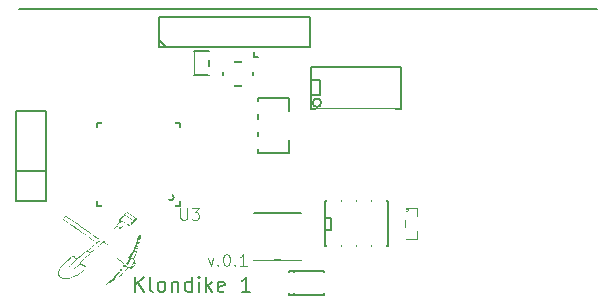
<source format=gto>
G04 (created by PCBNEW (2013-mar-13)-testing) date Sun 19 May 2013 09:45:01 PM ICT*
%MOIN*%
G04 Gerber Fmt 3.4, Leading zero omitted, Abs format*
%FSLAX34Y34*%
G01*
G70*
G90*
G04 APERTURE LIST*
%ADD10C,0.00393701*%
%ADD11C,0.00787402*%
%ADD12C,0.005*%
%ADD13C,0.00590551*%
%ADD14C,0.006*%
%ADD15C,0.0065*%
%ADD16C,0.0031*%
%ADD17C,0.0001*%
%ADD18R,0.0472441X0.0748031*%
%ADD19R,0.153543X0.11811*%
%ADD20R,0.0413386X0.0492126*%
%ADD21R,0.075748X0.075748*%
%ADD22C,0.075748*%
%ADD23R,0.031748X0.065748*%
%ADD24R,0.059048X0.055048*%
%ADD25R,0.055048X0.059048*%
%ADD26R,0.066948X0.070848*%
%ADD27R,0.051148X0.043248*%
%ADD28R,0.043248X0.051148*%
%ADD29R,0.0748031X0.15748*%
%ADD30R,0.055148X0.047248*%
%ADD31R,0.078748X0.043348*%
%ADD32R,0.098448X0.043348*%
%ADD33R,0.124048X0.094448*%
%ADD34R,0.027548X0.035348*%
%ADD35R,0.035348X0.027548*%
%ADD36R,0.228346X0.228346*%
%ADD37R,0.0551181X0.0551181*%
%ADD38R,0.035748X0.027748*%
G04 APERTURE END LIST*
G54D10*
G54D11*
X44281Y-30610D02*
X44448Y-30777D01*
X47411Y-31141D02*
X47559Y-31141D01*
X47411Y-30974D02*
X47411Y-31141D01*
G54D10*
X44955Y-36172D02*
X44955Y-36490D01*
X44974Y-36528D01*
X44993Y-36547D01*
X45030Y-36565D01*
X45105Y-36565D01*
X45143Y-36547D01*
X45162Y-36528D01*
X45180Y-36490D01*
X45180Y-36172D01*
X45330Y-36172D02*
X45574Y-36172D01*
X45443Y-36322D01*
X45499Y-36322D01*
X45537Y-36340D01*
X45555Y-36359D01*
X45574Y-36397D01*
X45574Y-36490D01*
X45555Y-36528D01*
X45537Y-36547D01*
X45499Y-36565D01*
X45387Y-36565D01*
X45349Y-36547D01*
X45330Y-36528D01*
X45869Y-37838D02*
X45963Y-38101D01*
X46056Y-37838D01*
X46206Y-38063D02*
X46225Y-38082D01*
X46206Y-38101D01*
X46188Y-38082D01*
X46206Y-38063D01*
X46206Y-38101D01*
X46469Y-37707D02*
X46506Y-37707D01*
X46544Y-37726D01*
X46563Y-37745D01*
X46581Y-37782D01*
X46600Y-37857D01*
X46600Y-37951D01*
X46581Y-38026D01*
X46563Y-38063D01*
X46544Y-38082D01*
X46506Y-38101D01*
X46469Y-38101D01*
X46431Y-38082D01*
X46413Y-38063D01*
X46394Y-38026D01*
X46375Y-37951D01*
X46375Y-37857D01*
X46394Y-37782D01*
X46413Y-37745D01*
X46431Y-37726D01*
X46469Y-37707D01*
X46769Y-38063D02*
X46788Y-38082D01*
X46769Y-38101D01*
X46750Y-38082D01*
X46769Y-38063D01*
X46769Y-38101D01*
X47163Y-38101D02*
X46938Y-38101D01*
X47050Y-38101D02*
X47050Y-37707D01*
X47013Y-37763D01*
X46975Y-37801D01*
X46938Y-37820D01*
G54D11*
X43459Y-38966D02*
X43459Y-38466D01*
X43745Y-38966D02*
X43530Y-38680D01*
X43745Y-38466D02*
X43459Y-38752D01*
X44030Y-38966D02*
X43983Y-38942D01*
X43959Y-38894D01*
X43959Y-38466D01*
X44292Y-38966D02*
X44245Y-38942D01*
X44221Y-38918D01*
X44197Y-38871D01*
X44197Y-38728D01*
X44221Y-38680D01*
X44245Y-38656D01*
X44292Y-38633D01*
X44364Y-38633D01*
X44411Y-38656D01*
X44435Y-38680D01*
X44459Y-38728D01*
X44459Y-38871D01*
X44435Y-38918D01*
X44411Y-38942D01*
X44364Y-38966D01*
X44292Y-38966D01*
X44673Y-38633D02*
X44673Y-38966D01*
X44673Y-38680D02*
X44697Y-38656D01*
X44745Y-38633D01*
X44816Y-38633D01*
X44864Y-38656D01*
X44887Y-38704D01*
X44887Y-38966D01*
X45340Y-38966D02*
X45340Y-38466D01*
X45340Y-38942D02*
X45292Y-38966D01*
X45197Y-38966D01*
X45149Y-38942D01*
X45126Y-38918D01*
X45102Y-38871D01*
X45102Y-38728D01*
X45126Y-38680D01*
X45149Y-38656D01*
X45197Y-38633D01*
X45292Y-38633D01*
X45340Y-38656D01*
X45578Y-38966D02*
X45578Y-38633D01*
X45578Y-38466D02*
X45554Y-38490D01*
X45578Y-38513D01*
X45602Y-38490D01*
X45578Y-38466D01*
X45578Y-38513D01*
X45816Y-38966D02*
X45816Y-38466D01*
X45864Y-38775D02*
X46007Y-38966D01*
X46007Y-38633D02*
X45816Y-38823D01*
X46411Y-38942D02*
X46364Y-38966D01*
X46268Y-38966D01*
X46221Y-38942D01*
X46197Y-38894D01*
X46197Y-38704D01*
X46221Y-38656D01*
X46268Y-38633D01*
X46364Y-38633D01*
X46411Y-38656D01*
X46435Y-38704D01*
X46435Y-38752D01*
X46197Y-38799D01*
X47292Y-38966D02*
X47007Y-38966D01*
X47149Y-38966D02*
X47149Y-38466D01*
X47102Y-38537D01*
X47054Y-38585D01*
X47007Y-38609D01*
X39566Y-29527D02*
X58858Y-29527D01*
G54D12*
X49776Y-37392D02*
X49776Y-37442D01*
X49776Y-37442D02*
X51876Y-37442D01*
X51876Y-35942D02*
X49776Y-35942D01*
X49776Y-35942D02*
X49776Y-37392D01*
X49776Y-36492D02*
X49976Y-36492D01*
X49976Y-36492D02*
X49976Y-36892D01*
X49976Y-36892D02*
X49776Y-36892D01*
X51876Y-35942D02*
X51876Y-37442D01*
G54D13*
X47372Y-31309D02*
X46387Y-31309D01*
X46387Y-31309D02*
X46387Y-32096D01*
X46387Y-32096D02*
X47372Y-32096D01*
X47372Y-32096D02*
X47372Y-31309D01*
G54D14*
X40460Y-35948D02*
X39460Y-35948D01*
X39460Y-35948D02*
X39460Y-32948D01*
X39460Y-32948D02*
X40460Y-32948D01*
X40460Y-32948D02*
X40460Y-35948D01*
X39460Y-34948D02*
X40460Y-34948D01*
G54D15*
X52307Y-31465D02*
X49307Y-31465D01*
X49307Y-32865D02*
X52307Y-32865D01*
X52307Y-31465D02*
X52307Y-32865D01*
G54D14*
X49307Y-32865D02*
X49307Y-31465D01*
G54D12*
X49648Y-32665D02*
G75*
G03X49648Y-32665I-141J0D01*
G74*
G01*
X49307Y-31915D02*
X49607Y-31915D01*
X49607Y-31915D02*
X49607Y-32415D01*
X49607Y-32415D02*
X49307Y-32415D01*
X48759Y-39075D02*
X48759Y-38287D01*
X48562Y-39075D02*
X49744Y-39075D01*
X49744Y-39075D02*
X49744Y-38287D01*
X49744Y-38287D02*
X48562Y-38287D01*
X48562Y-38287D02*
X48562Y-39075D01*
G54D13*
X48976Y-37913D02*
X48976Y-36338D01*
X48976Y-36338D02*
X47401Y-36338D01*
X47401Y-36338D02*
X47401Y-37913D01*
X47401Y-37913D02*
X48976Y-37913D01*
G54D16*
X52582Y-36249D02*
G75*
G03X52582Y-36249I-62J0D01*
G74*
G01*
X52857Y-37212D02*
X52457Y-37212D01*
X52857Y-36187D02*
X52457Y-36187D01*
X52457Y-37212D02*
X52457Y-36187D01*
X52857Y-36187D02*
X52857Y-37212D01*
G54D12*
X47085Y-33915D02*
X47085Y-34115D01*
X47085Y-34115D02*
X47555Y-34115D01*
X47085Y-33915D02*
X47555Y-33915D01*
X47085Y-33325D02*
X47555Y-33325D01*
X47085Y-33525D02*
X47555Y-33525D01*
X47085Y-33325D02*
X47085Y-33525D01*
X47085Y-32735D02*
X47085Y-32935D01*
X47085Y-32935D02*
X47555Y-32935D01*
X47085Y-32735D02*
X47555Y-32735D01*
X48780Y-33070D02*
X48780Y-33780D01*
X48780Y-33780D02*
X48585Y-33780D01*
X48780Y-33070D02*
X48585Y-33070D01*
X47555Y-32520D02*
X48585Y-32520D01*
X48585Y-32520D02*
X48585Y-34330D01*
X48585Y-34330D02*
X47555Y-34330D01*
X47555Y-34330D02*
X47555Y-32520D01*
X42176Y-33357D02*
X42176Y-36111D01*
X42176Y-36111D02*
X44930Y-36111D01*
X44930Y-36111D02*
X44930Y-33357D01*
X44930Y-33357D02*
X42176Y-33357D01*
X44733Y-35816D02*
G75*
G03X44733Y-35816I-98J0D01*
G74*
G01*
X44259Y-30795D02*
X44259Y-29795D01*
X44259Y-29795D02*
X49263Y-29795D01*
X49263Y-29805D02*
X49263Y-30805D01*
X49263Y-30795D02*
X44259Y-30795D01*
G54D14*
X45899Y-31748D02*
X45899Y-30948D01*
X45899Y-30948D02*
X45399Y-30948D01*
X45399Y-30948D02*
X45399Y-31748D01*
X45399Y-31748D02*
X45899Y-31748D01*
G54D17*
G36*
X43640Y-37070D02*
X43639Y-37087D01*
X43637Y-37110D01*
X43633Y-37139D01*
X43629Y-37172D01*
X43624Y-37206D01*
X43619Y-37237D01*
X43619Y-37097D01*
X43618Y-37082D01*
X43615Y-37078D01*
X43610Y-37086D01*
X43603Y-37104D01*
X43594Y-37134D01*
X43588Y-37156D01*
X43573Y-37209D01*
X43573Y-37127D01*
X43570Y-37124D01*
X43566Y-37130D01*
X43559Y-37145D01*
X43551Y-37169D01*
X43550Y-37174D01*
X43505Y-37313D01*
X43456Y-37444D01*
X43402Y-37563D01*
X43344Y-37673D01*
X43330Y-37696D01*
X43304Y-37737D01*
X43283Y-37770D01*
X43265Y-37794D01*
X43251Y-37809D01*
X43242Y-37814D01*
X43242Y-37814D01*
X43235Y-37815D01*
X43236Y-37820D01*
X43244Y-37830D01*
X43249Y-37834D01*
X43259Y-37847D01*
X43262Y-37860D01*
X43260Y-37871D01*
X43252Y-37901D01*
X43238Y-37929D01*
X43238Y-37864D01*
X43237Y-37855D01*
X43231Y-37850D01*
X43216Y-37839D01*
X43194Y-37823D01*
X43163Y-37802D01*
X43126Y-37779D01*
X43083Y-37751D01*
X43045Y-37728D01*
X42977Y-37685D01*
X42916Y-37647D01*
X42861Y-37613D01*
X42809Y-37581D01*
X42759Y-37549D01*
X42708Y-37517D01*
X42653Y-37483D01*
X42594Y-37444D01*
X42544Y-37413D01*
X42508Y-37389D01*
X42475Y-37368D01*
X42446Y-37350D01*
X42422Y-37335D01*
X42406Y-37324D01*
X42397Y-37319D01*
X42396Y-37318D01*
X42389Y-37321D01*
X42377Y-37328D01*
X42360Y-37341D01*
X42341Y-37355D01*
X42323Y-37370D01*
X42307Y-37384D01*
X42296Y-37395D01*
X42293Y-37401D01*
X42293Y-37402D01*
X42297Y-37406D01*
X42310Y-37416D01*
X42330Y-37432D01*
X42356Y-37452D01*
X42386Y-37474D01*
X42419Y-37499D01*
X42426Y-37505D01*
X42484Y-37548D01*
X42545Y-37594D01*
X42606Y-37641D01*
X42668Y-37689D01*
X42730Y-37737D01*
X42791Y-37784D01*
X42848Y-37829D01*
X42902Y-37871D01*
X42952Y-37911D01*
X42996Y-37946D01*
X43033Y-37976D01*
X43063Y-38001D01*
X43079Y-38015D01*
X43094Y-38027D01*
X43107Y-38032D01*
X43119Y-38030D01*
X43130Y-38025D01*
X43150Y-38011D01*
X43171Y-37990D01*
X43191Y-37965D01*
X43210Y-37938D01*
X43224Y-37910D01*
X43234Y-37885D01*
X43238Y-37864D01*
X43238Y-37929D01*
X43236Y-37934D01*
X43215Y-37969D01*
X43192Y-38000D01*
X43180Y-38013D01*
X43155Y-38036D01*
X43135Y-38050D01*
X43116Y-38055D01*
X43098Y-38052D01*
X43094Y-38051D01*
X43083Y-38048D01*
X43080Y-38050D01*
X43081Y-38054D01*
X43080Y-38063D01*
X43072Y-38080D01*
X43058Y-38104D01*
X43051Y-38115D01*
X42991Y-38204D01*
X42921Y-38296D01*
X42844Y-38387D01*
X42762Y-38477D01*
X42675Y-38562D01*
X42642Y-38593D01*
X42625Y-38609D01*
X42617Y-38618D01*
X42616Y-38619D01*
X42624Y-38614D01*
X42640Y-38602D01*
X42663Y-38583D01*
X42693Y-38559D01*
X42699Y-38553D01*
X42796Y-38467D01*
X42890Y-38371D01*
X42979Y-38267D01*
X43061Y-38156D01*
X43084Y-38123D01*
X43098Y-38104D01*
X43110Y-38089D01*
X43120Y-38080D01*
X43122Y-38079D01*
X43135Y-38075D01*
X43154Y-38063D01*
X43175Y-38047D01*
X43196Y-38026D01*
X43212Y-38008D01*
X43240Y-37970D01*
X43261Y-37930D01*
X43276Y-37891D01*
X43283Y-37854D01*
X43283Y-37852D01*
X43284Y-37836D01*
X43287Y-37823D01*
X43292Y-37809D01*
X43301Y-37792D01*
X43314Y-37768D01*
X43323Y-37754D01*
X43369Y-37673D01*
X43414Y-37583D01*
X43457Y-37488D01*
X43496Y-37388D01*
X43531Y-37289D01*
X43559Y-37191D01*
X43566Y-37164D01*
X43571Y-37141D01*
X43573Y-37127D01*
X43573Y-37209D01*
X43572Y-37213D01*
X43553Y-37273D01*
X43534Y-37334D01*
X43515Y-37391D01*
X43496Y-37442D01*
X43490Y-37459D01*
X43473Y-37499D01*
X43452Y-37546D01*
X43427Y-37597D01*
X43402Y-37649D01*
X43377Y-37698D01*
X43353Y-37742D01*
X43345Y-37756D01*
X43329Y-37784D01*
X43319Y-37803D01*
X43314Y-37816D01*
X43313Y-37823D01*
X43315Y-37826D01*
X43324Y-37832D01*
X43339Y-37842D01*
X43349Y-37848D01*
X43364Y-37858D01*
X43375Y-37864D01*
X43379Y-37866D01*
X43383Y-37861D01*
X43391Y-37848D01*
X43401Y-37829D01*
X43410Y-37810D01*
X43469Y-37674D01*
X43519Y-37536D01*
X43561Y-37395D01*
X43594Y-37255D01*
X43605Y-37197D01*
X43610Y-37166D01*
X43614Y-37137D01*
X43617Y-37115D01*
X43619Y-37100D01*
X43619Y-37097D01*
X43619Y-37237D01*
X43619Y-37239D01*
X43613Y-37270D01*
X43610Y-37289D01*
X43585Y-37394D01*
X43552Y-37505D01*
X43512Y-37619D01*
X43464Y-37736D01*
X43432Y-37808D01*
X43399Y-37879D01*
X43415Y-37892D01*
X43426Y-37903D01*
X43431Y-37915D01*
X43431Y-37930D01*
X43432Y-37948D01*
X43438Y-37960D01*
X43447Y-37970D01*
X43459Y-37983D01*
X43463Y-37993D01*
X43461Y-38009D01*
X43451Y-38043D01*
X43438Y-38068D01*
X43438Y-37995D01*
X43437Y-37994D01*
X43431Y-37981D01*
X43423Y-37978D01*
X43414Y-37986D01*
X43412Y-37990D01*
X43412Y-37929D01*
X43407Y-37920D01*
X43393Y-37907D01*
X43368Y-37889D01*
X43363Y-37886D01*
X43342Y-37873D01*
X43325Y-37862D01*
X43313Y-37856D01*
X43310Y-37855D01*
X43305Y-37860D01*
X43302Y-37873D01*
X43301Y-37879D01*
X43292Y-37911D01*
X43275Y-37946D01*
X43253Y-37983D01*
X43228Y-38019D01*
X43200Y-38051D01*
X43172Y-38075D01*
X43172Y-38076D01*
X43158Y-38086D01*
X43150Y-38094D01*
X43148Y-38096D01*
X43153Y-38101D01*
X43164Y-38111D01*
X43180Y-38124D01*
X43197Y-38137D01*
X43214Y-38150D01*
X43228Y-38160D01*
X43236Y-38164D01*
X43237Y-38165D01*
X43245Y-38162D01*
X43259Y-38153D01*
X43271Y-38143D01*
X43290Y-38125D01*
X43311Y-38101D01*
X43333Y-38073D01*
X43355Y-38042D01*
X43374Y-38011D01*
X43392Y-37982D01*
X43404Y-37956D01*
X43411Y-37936D01*
X43412Y-37929D01*
X43412Y-37990D01*
X43403Y-38005D01*
X43401Y-38009D01*
X43389Y-38031D01*
X43371Y-38057D01*
X43352Y-38085D01*
X43331Y-38112D01*
X43313Y-38134D01*
X43301Y-38147D01*
X43291Y-38158D01*
X43290Y-38166D01*
X43292Y-38169D01*
X43303Y-38175D01*
X43317Y-38174D01*
X43332Y-38168D01*
X43349Y-38155D01*
X43367Y-38136D01*
X43386Y-38112D01*
X43404Y-38085D01*
X43419Y-38058D01*
X43431Y-38032D01*
X43437Y-38010D01*
X43438Y-37995D01*
X43438Y-38068D01*
X43431Y-38081D01*
X43403Y-38120D01*
X43377Y-38149D01*
X43352Y-38173D01*
X43331Y-38189D01*
X43314Y-38197D01*
X43298Y-38197D01*
X43283Y-38191D01*
X43281Y-38189D01*
X43268Y-38182D01*
X43256Y-38182D01*
X43253Y-38184D01*
X43235Y-38187D01*
X43225Y-38183D01*
X43217Y-38181D01*
X43211Y-38182D01*
X43202Y-38189D01*
X43194Y-38196D01*
X43194Y-38160D01*
X43159Y-38133D01*
X43142Y-38121D01*
X43128Y-38113D01*
X43120Y-38111D01*
X43120Y-38111D01*
X43114Y-38118D01*
X43104Y-38132D01*
X43093Y-38148D01*
X43014Y-38252D01*
X42924Y-38357D01*
X42824Y-38462D01*
X42712Y-38566D01*
X42630Y-38638D01*
X42605Y-38660D01*
X42639Y-38638D01*
X42658Y-38626D01*
X42684Y-38610D01*
X42711Y-38592D01*
X42731Y-38579D01*
X42805Y-38526D01*
X42881Y-38467D01*
X42957Y-38403D01*
X43029Y-38337D01*
X43096Y-38271D01*
X43155Y-38206D01*
X43171Y-38188D01*
X43194Y-38160D01*
X43194Y-38196D01*
X43188Y-38202D01*
X43181Y-38210D01*
X43152Y-38242D01*
X43116Y-38278D01*
X43077Y-38317D01*
X43037Y-38356D01*
X42997Y-38393D01*
X42961Y-38426D01*
X42930Y-38454D01*
X42924Y-38459D01*
X42812Y-38547D01*
X42699Y-38623D01*
X42585Y-38689D01*
X42520Y-38722D01*
X42486Y-38738D01*
X42461Y-38749D01*
X42445Y-38756D01*
X42437Y-38759D01*
X42436Y-38757D01*
X42441Y-38752D01*
X42451Y-38743D01*
X42452Y-38742D01*
X42557Y-38650D01*
X42652Y-38562D01*
X42738Y-38475D01*
X42817Y-38389D01*
X42891Y-38302D01*
X42941Y-38237D01*
X42980Y-38184D01*
X43012Y-38139D01*
X43035Y-38102D01*
X43052Y-38074D01*
X43060Y-38054D01*
X43062Y-38046D01*
X43062Y-38042D01*
X43061Y-38038D01*
X43059Y-38033D01*
X43055Y-38027D01*
X43048Y-38020D01*
X43037Y-38010D01*
X43022Y-37996D01*
X43002Y-37979D01*
X42975Y-37957D01*
X42942Y-37930D01*
X42901Y-37896D01*
X42870Y-37871D01*
X42841Y-37847D01*
X42807Y-37819D01*
X42768Y-37789D01*
X42726Y-37755D01*
X42681Y-37720D01*
X42634Y-37684D01*
X42587Y-37647D01*
X42540Y-37611D01*
X42494Y-37576D01*
X42450Y-37542D01*
X42409Y-37512D01*
X42372Y-37484D01*
X42339Y-37459D01*
X42313Y-37439D01*
X42292Y-37425D01*
X42279Y-37415D01*
X42274Y-37413D01*
X42269Y-37416D01*
X42257Y-37427D01*
X42238Y-37443D01*
X42212Y-37463D01*
X42182Y-37488D01*
X42149Y-37516D01*
X42114Y-37545D01*
X42070Y-37582D01*
X42035Y-37612D01*
X42007Y-37636D01*
X41986Y-37656D01*
X41970Y-37671D01*
X41960Y-37682D01*
X41954Y-37690D01*
X41953Y-37694D01*
X41950Y-37700D01*
X41943Y-37709D01*
X41931Y-37722D01*
X41929Y-37724D01*
X41929Y-37690D01*
X41926Y-37674D01*
X41916Y-37655D01*
X41901Y-37636D01*
X41884Y-37619D01*
X41867Y-37606D01*
X41852Y-37602D01*
X41851Y-37602D01*
X41845Y-37605D01*
X41830Y-37616D01*
X41809Y-37632D01*
X41782Y-37653D01*
X41751Y-37678D01*
X41717Y-37706D01*
X41679Y-37737D01*
X41641Y-37770D01*
X41602Y-37802D01*
X41563Y-37835D01*
X41526Y-37866D01*
X41493Y-37896D01*
X41462Y-37923D01*
X41457Y-37928D01*
X41363Y-38019D01*
X41275Y-38115D01*
X41255Y-38139D01*
X41235Y-38163D01*
X41221Y-38178D01*
X41215Y-38184D01*
X41215Y-38181D01*
X41222Y-38170D01*
X41236Y-38149D01*
X41257Y-38119D01*
X41270Y-38101D01*
X41298Y-38063D01*
X41325Y-38028D01*
X41354Y-37995D01*
X41386Y-37962D01*
X41425Y-37924D01*
X41437Y-37913D01*
X41470Y-37883D01*
X41437Y-37839D01*
X41422Y-37818D01*
X41408Y-37799D01*
X41398Y-37785D01*
X41395Y-37781D01*
X41392Y-37777D01*
X41389Y-37776D01*
X41384Y-37777D01*
X41376Y-37781D01*
X41364Y-37789D01*
X41348Y-37802D01*
X41324Y-37821D01*
X41294Y-37846D01*
X41281Y-37858D01*
X41202Y-37926D01*
X41134Y-37990D01*
X41075Y-38049D01*
X41026Y-38105D01*
X40986Y-38157D01*
X40955Y-38207D01*
X40945Y-38225D01*
X40930Y-38260D01*
X40920Y-38288D01*
X40914Y-38316D01*
X40913Y-38346D01*
X40913Y-38348D01*
X40916Y-38385D01*
X40927Y-38416D01*
X40947Y-38444D01*
X40952Y-38449D01*
X40987Y-38477D01*
X41031Y-38498D01*
X41081Y-38510D01*
X41137Y-38514D01*
X41199Y-38510D01*
X41212Y-38508D01*
X41275Y-38493D01*
X41344Y-38471D01*
X41415Y-38441D01*
X41488Y-38405D01*
X41560Y-38363D01*
X41583Y-38348D01*
X41603Y-38334D01*
X41628Y-38317D01*
X41656Y-38297D01*
X41687Y-38274D01*
X41718Y-38251D01*
X41748Y-38229D01*
X41777Y-38207D01*
X41802Y-38188D01*
X41822Y-38172D01*
X41837Y-38160D01*
X41843Y-38154D01*
X41843Y-38153D01*
X41838Y-38150D01*
X41825Y-38143D01*
X41806Y-38133D01*
X41788Y-38125D01*
X41757Y-38109D01*
X41722Y-38091D01*
X41690Y-38072D01*
X41680Y-38067D01*
X41656Y-38052D01*
X41639Y-38043D01*
X41629Y-38039D01*
X41621Y-38040D01*
X41619Y-38041D01*
X41612Y-38046D01*
X41597Y-38058D01*
X41577Y-38073D01*
X41553Y-38092D01*
X41540Y-38102D01*
X41501Y-38131D01*
X41470Y-38155D01*
X41446Y-38173D01*
X41429Y-38185D01*
X41421Y-38191D01*
X41421Y-38190D01*
X41427Y-38184D01*
X41440Y-38172D01*
X41459Y-38155D01*
X41483Y-38134D01*
X41510Y-38110D01*
X41522Y-38099D01*
X41553Y-38070D01*
X41577Y-38048D01*
X41594Y-38031D01*
X41607Y-38018D01*
X41615Y-38008D01*
X41620Y-37998D01*
X41623Y-37989D01*
X41623Y-37988D01*
X41630Y-37969D01*
X41639Y-37951D01*
X41641Y-37948D01*
X41648Y-37940D01*
X41663Y-37926D01*
X41684Y-37908D01*
X41711Y-37884D01*
X41742Y-37858D01*
X41775Y-37829D01*
X41790Y-37817D01*
X41835Y-37779D01*
X41872Y-37747D01*
X41899Y-37722D01*
X41918Y-37704D01*
X41927Y-37693D01*
X41929Y-37690D01*
X41929Y-37724D01*
X41914Y-37739D01*
X41890Y-37760D01*
X41858Y-37788D01*
X41819Y-37821D01*
X41812Y-37827D01*
X41778Y-37856D01*
X41745Y-37885D01*
X41717Y-37910D01*
X41693Y-37932D01*
X41674Y-37949D01*
X41664Y-37961D01*
X41661Y-37963D01*
X41653Y-37980D01*
X41649Y-37996D01*
X41648Y-37999D01*
X41651Y-38010D01*
X41659Y-38021D01*
X41673Y-38034D01*
X41695Y-38048D01*
X41725Y-38066D01*
X41764Y-38087D01*
X41793Y-38101D01*
X41884Y-38146D01*
X41751Y-38252D01*
X41701Y-38292D01*
X41657Y-38327D01*
X41619Y-38355D01*
X41586Y-38379D01*
X41556Y-38399D01*
X41528Y-38417D01*
X41500Y-38432D01*
X41471Y-38448D01*
X41464Y-38451D01*
X41382Y-38487D01*
X41303Y-38513D01*
X41226Y-38529D01*
X41147Y-38536D01*
X41131Y-38536D01*
X41097Y-38535D01*
X41070Y-38534D01*
X41049Y-38531D01*
X41028Y-38526D01*
X41018Y-38523D01*
X40973Y-38504D01*
X40937Y-38478D01*
X40911Y-38445D01*
X40893Y-38405D01*
X40888Y-38384D01*
X40885Y-38338D01*
X40893Y-38288D01*
X40912Y-38235D01*
X40940Y-38180D01*
X40979Y-38122D01*
X41027Y-38062D01*
X41056Y-38031D01*
X41072Y-38015D01*
X41088Y-37999D01*
X41106Y-37982D01*
X41126Y-37963D01*
X41151Y-37941D01*
X41179Y-37916D01*
X41213Y-37887D01*
X41253Y-37853D01*
X41299Y-37814D01*
X41354Y-37767D01*
X41364Y-37759D01*
X41394Y-37734D01*
X41415Y-37768D01*
X41428Y-37788D01*
X41443Y-37809D01*
X41458Y-37829D01*
X41473Y-37847D01*
X41484Y-37860D01*
X41491Y-37866D01*
X41492Y-37866D01*
X41497Y-37863D01*
X41510Y-37852D01*
X41530Y-37836D01*
X41555Y-37815D01*
X41586Y-37790D01*
X41620Y-37761D01*
X41657Y-37730D01*
X41665Y-37722D01*
X41712Y-37684D01*
X41750Y-37652D01*
X41781Y-37626D01*
X41805Y-37607D01*
X41823Y-37593D01*
X41837Y-37584D01*
X41846Y-37580D01*
X41851Y-37579D01*
X41857Y-37577D01*
X41868Y-37571D01*
X41883Y-37560D01*
X41904Y-37544D01*
X41931Y-37523D01*
X41966Y-37495D01*
X42008Y-37460D01*
X42013Y-37455D01*
X42054Y-37421D01*
X42087Y-37393D01*
X42112Y-37371D01*
X42131Y-37354D01*
X42143Y-37342D01*
X42151Y-37333D01*
X42154Y-37327D01*
X42153Y-37324D01*
X42153Y-37324D01*
X42143Y-37316D01*
X42125Y-37302D01*
X42099Y-37283D01*
X42065Y-37258D01*
X42025Y-37230D01*
X41979Y-37197D01*
X41927Y-37162D01*
X41872Y-37123D01*
X41812Y-37082D01*
X41750Y-37039D01*
X41685Y-36994D01*
X41619Y-36949D01*
X41553Y-36904D01*
X41486Y-36858D01*
X41420Y-36813D01*
X41355Y-36769D01*
X41293Y-36728D01*
X41286Y-36723D01*
X41059Y-36571D01*
X41059Y-36539D01*
X41061Y-36517D01*
X41066Y-36499D01*
X41076Y-36483D01*
X41095Y-36462D01*
X41116Y-36448D01*
X41137Y-36440D01*
X41156Y-36441D01*
X41156Y-36441D01*
X41164Y-36446D01*
X41180Y-36456D01*
X41203Y-36472D01*
X41233Y-36492D01*
X41269Y-36517D01*
X41310Y-36545D01*
X41355Y-36577D01*
X41403Y-36610D01*
X41440Y-36636D01*
X41564Y-36723D01*
X41679Y-36804D01*
X41786Y-36878D01*
X41884Y-36947D01*
X41974Y-37009D01*
X42055Y-37065D01*
X42127Y-37114D01*
X42171Y-37144D01*
X42207Y-37168D01*
X42235Y-37187D01*
X42256Y-37200D01*
X42271Y-37210D01*
X42281Y-37215D01*
X42289Y-37217D01*
X42294Y-37217D01*
X42298Y-37215D01*
X42300Y-37213D01*
X42307Y-37208D01*
X42322Y-37195D01*
X42344Y-37177D01*
X42372Y-37154D01*
X42406Y-37126D01*
X42444Y-37094D01*
X42486Y-37059D01*
X42530Y-37021D01*
X42564Y-36993D01*
X42622Y-36944D01*
X42672Y-36902D01*
X42713Y-36867D01*
X42747Y-36837D01*
X42774Y-36814D01*
X42793Y-36795D01*
X42806Y-36782D01*
X42813Y-36774D01*
X42814Y-36771D01*
X42819Y-36761D01*
X42832Y-36745D01*
X42853Y-36725D01*
X42859Y-36720D01*
X42903Y-36680D01*
X42903Y-36623D01*
X42904Y-36595D01*
X42907Y-36571D01*
X42913Y-36551D01*
X42923Y-36533D01*
X42938Y-36513D01*
X42959Y-36491D01*
X42989Y-36466D01*
X43008Y-36449D01*
X43036Y-36425D01*
X43064Y-36400D01*
X43090Y-36377D01*
X43110Y-36358D01*
X43116Y-36351D01*
X43141Y-36328D01*
X43163Y-36315D01*
X43182Y-36310D01*
X43202Y-36314D01*
X43215Y-36321D01*
X43233Y-36332D01*
X43256Y-36347D01*
X43284Y-36366D01*
X43316Y-36387D01*
X43349Y-36410D01*
X43382Y-36434D01*
X43415Y-36457D01*
X43444Y-36478D01*
X43470Y-36497D01*
X43491Y-36512D01*
X43505Y-36523D01*
X43510Y-36529D01*
X43513Y-36545D01*
X43508Y-36564D01*
X43496Y-36584D01*
X43491Y-36590D01*
X43491Y-36546D01*
X43486Y-36533D01*
X43474Y-36529D01*
X43459Y-36535D01*
X43458Y-36535D01*
X43458Y-36507D01*
X43453Y-36503D01*
X43441Y-36494D01*
X43422Y-36480D01*
X43397Y-36463D01*
X43369Y-36445D01*
X43339Y-36424D01*
X43308Y-36403D01*
X43278Y-36383D01*
X43250Y-36365D01*
X43226Y-36349D01*
X43208Y-36337D01*
X43196Y-36330D01*
X43192Y-36328D01*
X43179Y-36329D01*
X43163Y-36338D01*
X43146Y-36352D01*
X43134Y-36368D01*
X43133Y-36369D01*
X43126Y-36383D01*
X43125Y-36391D01*
X43130Y-36398D01*
X43132Y-36399D01*
X43139Y-36405D01*
X43154Y-36417D01*
X43176Y-36432D01*
X43204Y-36452D01*
X43235Y-36474D01*
X43267Y-36496D01*
X43392Y-36583D01*
X43403Y-36561D01*
X43415Y-36543D01*
X43432Y-36527D01*
X43436Y-36523D01*
X43449Y-36515D01*
X43457Y-36508D01*
X43458Y-36507D01*
X43458Y-36535D01*
X43452Y-36539D01*
X43443Y-36547D01*
X43442Y-36550D01*
X43450Y-36550D01*
X43451Y-36550D01*
X43464Y-36555D01*
X43471Y-36562D01*
X43479Y-36569D01*
X43486Y-36566D01*
X43491Y-36556D01*
X43491Y-36546D01*
X43491Y-36590D01*
X43481Y-36601D01*
X43476Y-36605D01*
X43461Y-36614D01*
X43452Y-36618D01*
X43452Y-36579D01*
X43451Y-36575D01*
X43445Y-36575D01*
X43434Y-36581D01*
X43417Y-36592D01*
X43394Y-36611D01*
X43377Y-36624D01*
X43377Y-36598D01*
X43377Y-36598D01*
X43373Y-36594D01*
X43361Y-36584D01*
X43341Y-36570D01*
X43317Y-36553D01*
X43290Y-36535D01*
X43261Y-36514D01*
X43231Y-36494D01*
X43202Y-36474D01*
X43176Y-36457D01*
X43154Y-36442D01*
X43138Y-36432D01*
X43128Y-36427D01*
X43128Y-36427D01*
X43120Y-36429D01*
X43107Y-36437D01*
X43107Y-36406D01*
X43106Y-36404D01*
X43104Y-36402D01*
X43104Y-36401D01*
X43098Y-36402D01*
X43085Y-36411D01*
X43067Y-36424D01*
X43046Y-36441D01*
X43023Y-36462D01*
X43000Y-36483D01*
X42977Y-36504D01*
X42958Y-36524D01*
X42943Y-36540D01*
X42935Y-36553D01*
X42933Y-36555D01*
X42925Y-36580D01*
X42920Y-36608D01*
X42919Y-36632D01*
X42920Y-36646D01*
X42924Y-36656D01*
X42929Y-36656D01*
X42933Y-36654D01*
X42939Y-36643D01*
X42938Y-36627D01*
X42937Y-36608D01*
X42942Y-36584D01*
X42943Y-36577D01*
X42947Y-36564D01*
X42953Y-36553D01*
X42960Y-36542D01*
X42972Y-36530D01*
X42989Y-36514D01*
X43013Y-36492D01*
X43020Y-36487D01*
X43050Y-36460D01*
X43073Y-36441D01*
X43088Y-36427D01*
X43099Y-36417D01*
X43105Y-36410D01*
X43107Y-36406D01*
X43107Y-36437D01*
X43106Y-36438D01*
X43087Y-36452D01*
X43066Y-36470D01*
X43043Y-36490D01*
X43020Y-36510D01*
X43000Y-36530D01*
X42983Y-36547D01*
X42973Y-36561D01*
X42971Y-36564D01*
X42963Y-36582D01*
X42958Y-36601D01*
X42958Y-36606D01*
X42958Y-36626D01*
X42979Y-36611D01*
X42995Y-36602D01*
X43008Y-36597D01*
X43011Y-36597D01*
X43030Y-36601D01*
X43052Y-36612D01*
X43075Y-36628D01*
X43096Y-36647D01*
X43098Y-36649D01*
X43118Y-36674D01*
X43127Y-36696D01*
X43128Y-36714D01*
X43124Y-36721D01*
X43121Y-36726D01*
X43123Y-36729D01*
X43133Y-36729D01*
X43152Y-36727D01*
X43154Y-36727D01*
X43181Y-36723D01*
X43210Y-36715D01*
X43230Y-36709D01*
X43260Y-36693D01*
X43295Y-36670D01*
X43323Y-36648D01*
X43344Y-36630D01*
X43361Y-36615D01*
X43373Y-36604D01*
X43377Y-36598D01*
X43377Y-36624D01*
X43363Y-36636D01*
X43357Y-36641D01*
X43317Y-36673D01*
X43283Y-36698D01*
X43253Y-36717D01*
X43224Y-36730D01*
X43195Y-36739D01*
X43164Y-36744D01*
X43128Y-36746D01*
X43107Y-36746D01*
X43106Y-36746D01*
X43106Y-36701D01*
X43104Y-36694D01*
X43097Y-36680D01*
X43083Y-36662D01*
X43066Y-36645D01*
X43050Y-36632D01*
X43044Y-36628D01*
X43032Y-36622D01*
X43021Y-36620D01*
X43010Y-36622D01*
X42996Y-36629D01*
X42979Y-36641D01*
X42957Y-36659D01*
X42928Y-36685D01*
X42925Y-36687D01*
X42849Y-36754D01*
X42868Y-36765D01*
X42891Y-36781D01*
X42912Y-36801D01*
X42929Y-36821D01*
X42933Y-36828D01*
X42941Y-36845D01*
X42977Y-36816D01*
X42996Y-36800D01*
X43007Y-36788D01*
X43011Y-36778D01*
X43011Y-36776D01*
X43015Y-36763D01*
X43028Y-36746D01*
X43031Y-36744D01*
X43046Y-36731D01*
X43058Y-36725D01*
X43071Y-36725D01*
X43089Y-36724D01*
X43101Y-36715D01*
X43106Y-36701D01*
X43106Y-36746D01*
X43080Y-36747D01*
X43062Y-36749D01*
X43052Y-36753D01*
X43051Y-36754D01*
X43047Y-36761D01*
X43051Y-36765D01*
X43064Y-36767D01*
X43084Y-36768D01*
X43111Y-36768D01*
X43138Y-36767D01*
X43166Y-36765D01*
X43189Y-36762D01*
X43195Y-36761D01*
X43218Y-36755D01*
X43240Y-36748D01*
X43253Y-36742D01*
X43263Y-36736D01*
X43280Y-36724D01*
X43301Y-36707D01*
X43326Y-36688D01*
X43352Y-36667D01*
X43378Y-36645D01*
X43402Y-36625D01*
X43423Y-36607D01*
X43440Y-36592D01*
X43450Y-36582D01*
X43452Y-36579D01*
X43452Y-36618D01*
X43449Y-36619D01*
X43446Y-36620D01*
X43439Y-36624D01*
X43425Y-36633D01*
X43406Y-36648D01*
X43383Y-36665D01*
X43375Y-36672D01*
X43340Y-36701D01*
X43311Y-36724D01*
X43288Y-36740D01*
X43269Y-36753D01*
X43251Y-36762D01*
X43234Y-36770D01*
X43232Y-36770D01*
X43196Y-36780D01*
X43155Y-36787D01*
X43114Y-36789D01*
X43087Y-36787D01*
X43053Y-36782D01*
X42996Y-36827D01*
X42973Y-36845D01*
X42953Y-36859D01*
X42937Y-36869D01*
X42927Y-36873D01*
X42927Y-36873D01*
X42918Y-36876D01*
X42911Y-36880D01*
X42911Y-36842D01*
X42908Y-36831D01*
X42898Y-36817D01*
X42884Y-36803D01*
X42869Y-36792D01*
X42855Y-36787D01*
X42852Y-36787D01*
X42844Y-36791D01*
X42827Y-36803D01*
X42804Y-36820D01*
X42775Y-36843D01*
X42741Y-36871D01*
X42704Y-36901D01*
X42673Y-36928D01*
X42634Y-36960D01*
X42589Y-36998D01*
X42540Y-37039D01*
X42489Y-37083D01*
X42436Y-37127D01*
X42384Y-37171D01*
X42333Y-37214D01*
X42332Y-37215D01*
X42283Y-37256D01*
X42263Y-37273D01*
X42263Y-37240D01*
X42260Y-37235D01*
X42252Y-37227D01*
X42238Y-37217D01*
X42218Y-37202D01*
X42191Y-37183D01*
X42156Y-37159D01*
X42112Y-37129D01*
X42107Y-37126D01*
X41993Y-37050D01*
X41887Y-36978D01*
X41787Y-36909D01*
X41691Y-36844D01*
X41599Y-36779D01*
X41507Y-36714D01*
X41414Y-36647D01*
X41319Y-36578D01*
X41287Y-36555D01*
X41254Y-36531D01*
X41224Y-36510D01*
X41197Y-36491D01*
X41176Y-36477D01*
X41162Y-36467D01*
X41156Y-36464D01*
X41137Y-36462D01*
X41117Y-36471D01*
X41101Y-36486D01*
X41085Y-36507D01*
X41078Y-36529D01*
X41080Y-36549D01*
X41086Y-36555D01*
X41101Y-36568D01*
X41124Y-36585D01*
X41156Y-36608D01*
X41195Y-36635D01*
X41242Y-36667D01*
X41290Y-36699D01*
X41345Y-36736D01*
X41404Y-36776D01*
X41466Y-36818D01*
X41529Y-36862D01*
X41594Y-36906D01*
X41659Y-36951D01*
X41724Y-36996D01*
X41787Y-37040D01*
X41848Y-37083D01*
X41907Y-37124D01*
X41961Y-37162D01*
X42010Y-37197D01*
X42054Y-37228D01*
X42091Y-37256D01*
X42122Y-37278D01*
X42144Y-37295D01*
X42154Y-37303D01*
X42166Y-37311D01*
X42173Y-37315D01*
X42173Y-37315D01*
X42180Y-37312D01*
X42193Y-37303D01*
X42210Y-37289D01*
X42218Y-37283D01*
X42236Y-37268D01*
X42251Y-37255D01*
X42261Y-37245D01*
X42263Y-37243D01*
X42263Y-37240D01*
X42263Y-37273D01*
X42234Y-37298D01*
X42185Y-37339D01*
X42137Y-37379D01*
X42093Y-37416D01*
X42054Y-37448D01*
X42021Y-37476D01*
X41995Y-37498D01*
X41992Y-37501D01*
X41963Y-37525D01*
X41937Y-37546D01*
X41916Y-37565D01*
X41900Y-37579D01*
X41891Y-37587D01*
X41890Y-37589D01*
X41893Y-37594D01*
X41902Y-37605D01*
X41916Y-37620D01*
X41929Y-37635D01*
X41938Y-37648D01*
X41941Y-37654D01*
X41942Y-37656D01*
X41942Y-37656D01*
X41944Y-37656D01*
X41948Y-37654D01*
X41954Y-37650D01*
X41963Y-37643D01*
X41975Y-37634D01*
X41991Y-37621D01*
X42011Y-37604D01*
X42036Y-37583D01*
X42067Y-37558D01*
X42103Y-37528D01*
X42146Y-37493D01*
X42196Y-37451D01*
X42253Y-37403D01*
X42318Y-37348D01*
X42347Y-37323D01*
X42407Y-37273D01*
X42466Y-37223D01*
X42524Y-37175D01*
X42579Y-37129D01*
X42630Y-37085D01*
X42678Y-37045D01*
X42721Y-37009D01*
X42758Y-36979D01*
X42788Y-36953D01*
X42811Y-36934D01*
X42819Y-36927D01*
X42847Y-36904D01*
X42871Y-36882D01*
X42891Y-36864D01*
X42904Y-36850D01*
X42911Y-36843D01*
X42911Y-36842D01*
X42911Y-36880D01*
X42902Y-36887D01*
X42881Y-36902D01*
X42855Y-36922D01*
X42851Y-36926D01*
X42776Y-36988D01*
X42710Y-37044D01*
X42652Y-37094D01*
X42600Y-37136D01*
X42557Y-37174D01*
X42519Y-37205D01*
X42489Y-37232D01*
X42464Y-37253D01*
X42444Y-37270D01*
X42429Y-37284D01*
X42419Y-37293D01*
X42413Y-37300D01*
X42410Y-37303D01*
X42410Y-37304D01*
X42419Y-37311D01*
X42436Y-37323D01*
X42462Y-37339D01*
X42495Y-37361D01*
X42534Y-37386D01*
X42578Y-37415D01*
X42627Y-37446D01*
X42680Y-37479D01*
X42736Y-37514D01*
X42793Y-37550D01*
X42852Y-37587D01*
X42911Y-37623D01*
X42970Y-37660D01*
X43027Y-37695D01*
X43082Y-37729D01*
X43095Y-37736D01*
X43134Y-37761D01*
X43165Y-37779D01*
X43189Y-37792D01*
X43208Y-37798D01*
X43223Y-37799D01*
X43236Y-37793D01*
X43249Y-37782D01*
X43262Y-37764D01*
X43279Y-37740D01*
X43287Y-37728D01*
X43311Y-37690D01*
X43338Y-37643D01*
X43366Y-37592D01*
X43394Y-37538D01*
X43420Y-37484D01*
X43442Y-37433D01*
X43461Y-37388D01*
X43461Y-37387D01*
X43472Y-37356D01*
X43485Y-37319D01*
X43498Y-37278D01*
X43511Y-37238D01*
X43515Y-37223D01*
X43526Y-37186D01*
X43535Y-37158D01*
X43543Y-37137D01*
X43552Y-37119D01*
X43561Y-37104D01*
X43571Y-37090D01*
X43584Y-37071D01*
X43594Y-37060D01*
X43601Y-37056D01*
X43609Y-37055D01*
X43618Y-37057D01*
X43631Y-37060D01*
X43639Y-37063D01*
X43640Y-37064D01*
X43640Y-37070D01*
X43640Y-37070D01*
X43640Y-37070D01*
G37*
%LPC*%
G54D18*
X50076Y-35708D03*
X50076Y-37677D03*
X50576Y-35708D03*
X51076Y-35708D03*
X51576Y-35708D03*
X50576Y-37677D03*
X51076Y-37677D03*
X51576Y-37677D03*
G54D19*
X50826Y-36692D03*
G54D20*
X46555Y-32007D03*
X47204Y-32007D03*
X46555Y-31397D03*
X47204Y-31397D03*
G54D21*
X39960Y-35448D03*
G54D22*
X39960Y-34448D03*
X39960Y-33448D03*
G54D23*
X49657Y-33215D03*
X49907Y-33215D03*
X50167Y-33215D03*
X50427Y-33215D03*
X50677Y-33215D03*
X50937Y-33215D03*
X51197Y-33215D03*
X51447Y-33215D03*
X51707Y-33215D03*
X51957Y-33215D03*
X51957Y-31115D03*
X51707Y-31115D03*
X51447Y-31115D03*
X51197Y-31115D03*
X50937Y-31115D03*
X50677Y-31115D03*
X50427Y-31115D03*
X50167Y-31115D03*
X49907Y-31115D03*
X49657Y-31115D03*
G54D24*
X50551Y-38622D03*
X51219Y-38622D03*
G54D25*
X49389Y-35630D03*
X49389Y-36298D03*
X49409Y-36910D03*
X49409Y-37578D03*
X51023Y-34979D03*
X51023Y-34311D03*
G54D24*
X48542Y-35905D03*
X47874Y-35905D03*
G54D25*
X52223Y-34980D03*
X51555Y-34980D03*
X52223Y-34389D03*
X51555Y-34389D03*
X49823Y-34311D03*
X50491Y-34311D03*
X51416Y-30334D03*
X50748Y-30334D03*
X51949Y-30334D03*
X52617Y-30334D03*
G54D26*
X48582Y-38681D03*
X49724Y-38681D03*
G54D24*
X48542Y-35374D03*
X47874Y-35374D03*
G54D27*
X47775Y-31437D03*
X47775Y-31947D03*
G54D28*
X49646Y-30374D03*
X50156Y-30374D03*
G54D29*
X48681Y-37125D03*
X47696Y-37125D03*
G54D25*
X53090Y-35786D03*
X53090Y-35118D03*
X52224Y-37756D03*
X52224Y-38424D03*
G54D30*
X53090Y-36712D03*
X52224Y-37087D03*
X52224Y-36337D03*
G54D24*
X47874Y-34724D03*
X48542Y-34724D03*
G54D27*
X42460Y-37087D03*
X42460Y-37597D03*
X42460Y-32361D03*
X42460Y-31851D03*
G54D28*
X44036Y-37125D03*
X44546Y-37125D03*
X45471Y-37125D03*
X44961Y-37125D03*
X46044Y-34980D03*
X46554Y-34980D03*
X41317Y-35098D03*
X40807Y-35098D03*
X46024Y-33897D03*
X46534Y-33897D03*
G54D27*
X42952Y-32361D03*
X42952Y-31851D03*
X44744Y-32361D03*
X44744Y-31851D03*
X42952Y-37087D03*
X42952Y-37597D03*
G54D28*
X41317Y-33838D03*
X40807Y-33838D03*
G54D31*
X47322Y-32834D03*
G54D32*
X47420Y-33425D03*
G54D31*
X47322Y-34016D03*
G54D33*
X48365Y-33425D03*
G54D28*
X44546Y-37618D03*
X44036Y-37618D03*
G54D27*
X47027Y-34430D03*
X47027Y-34940D03*
G54D34*
X44635Y-36111D03*
X44438Y-36111D03*
X44241Y-36111D03*
X44045Y-36111D03*
X43848Y-36111D03*
X43651Y-36111D03*
X43455Y-36111D03*
X43258Y-36111D03*
X43061Y-36111D03*
X42865Y-36111D03*
X42668Y-36111D03*
X42471Y-36111D03*
G54D35*
X42176Y-35816D03*
X42176Y-35619D03*
X42176Y-35422D03*
X42176Y-35226D03*
X42176Y-35029D03*
X42176Y-34832D03*
X42176Y-34636D03*
X42176Y-34439D03*
X42176Y-34242D03*
X42176Y-34046D03*
X42176Y-33849D03*
X42176Y-33652D03*
G54D34*
X42471Y-33357D03*
X42668Y-33357D03*
X42865Y-33357D03*
X43061Y-33357D03*
X43258Y-33357D03*
X43455Y-33357D03*
X43651Y-33357D03*
X43848Y-33357D03*
X44045Y-33357D03*
X44241Y-33357D03*
X44438Y-33357D03*
X44635Y-33357D03*
G54D35*
X44930Y-33652D03*
X44930Y-33849D03*
X44930Y-34046D03*
X44930Y-34242D03*
X44930Y-34439D03*
X44930Y-34636D03*
X44930Y-34832D03*
X44930Y-35029D03*
X44930Y-35226D03*
X44930Y-35422D03*
X44930Y-35619D03*
X44930Y-35816D03*
G54D36*
X43553Y-34734D03*
G54D28*
X45345Y-32086D03*
X45855Y-32086D03*
G54D37*
X45759Y-30295D03*
X46759Y-30295D03*
X47759Y-30295D03*
X44759Y-30295D03*
X48759Y-30295D03*
G54D38*
X45249Y-31098D03*
X45249Y-31598D03*
X46049Y-31098D03*
X45249Y-31348D03*
X46049Y-31598D03*
M02*

</source>
